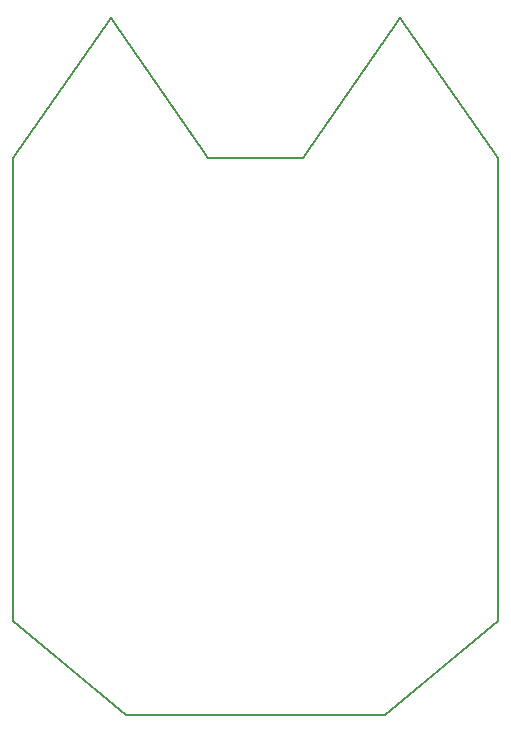
<source format=gm1>
G04 #@! TF.GenerationSoftware,KiCad,Pcbnew,7.0.7-7.0.7~ubuntu22.04.1*
G04 #@! TF.CreationDate,2024-07-01T02:54:02-07:00*
G04 #@! TF.ProjectId,v0.0-CutieCat,76302e30-2d43-4757-9469-654361742e6b,rev?*
G04 #@! TF.SameCoordinates,Original*
G04 #@! TF.FileFunction,Profile,NP*
%FSLAX46Y46*%
G04 Gerber Fmt 4.6, Leading zero omitted, Abs format (unit mm)*
G04 Created by KiCad (PCBNEW 7.0.7-7.0.7~ubuntu22.04.1) date 2024-07-01 02:54:02*
%MOMM*%
%LPD*%
G01*
G04 APERTURE LIST*
G04 #@! TA.AperFunction,Profile*
%ADD10C,0.200000*%
G04 #@! TD*
G04 APERTURE END LIST*
D10*
X-20500000Y18623200D02*
X-20500000Y-20623200D01*
X20500000Y-20623200D02*
X11000000Y-28594600D01*
X20500000Y18623200D02*
X20500000Y-20623200D01*
X4000000Y18623200D02*
X12250000Y30405400D01*
X11000000Y-28594600D02*
X-11000000Y-28594600D01*
X-4000000Y18623200D02*
X4000000Y18623200D01*
X-12250000Y30405400D02*
X-4000000Y18623200D01*
X-20500000Y18623200D02*
X-12250000Y30405400D01*
X-11000000Y-28594600D02*
X-20500000Y-20623200D01*
X12250000Y30405400D02*
X20500000Y18623200D01*
M02*

</source>
